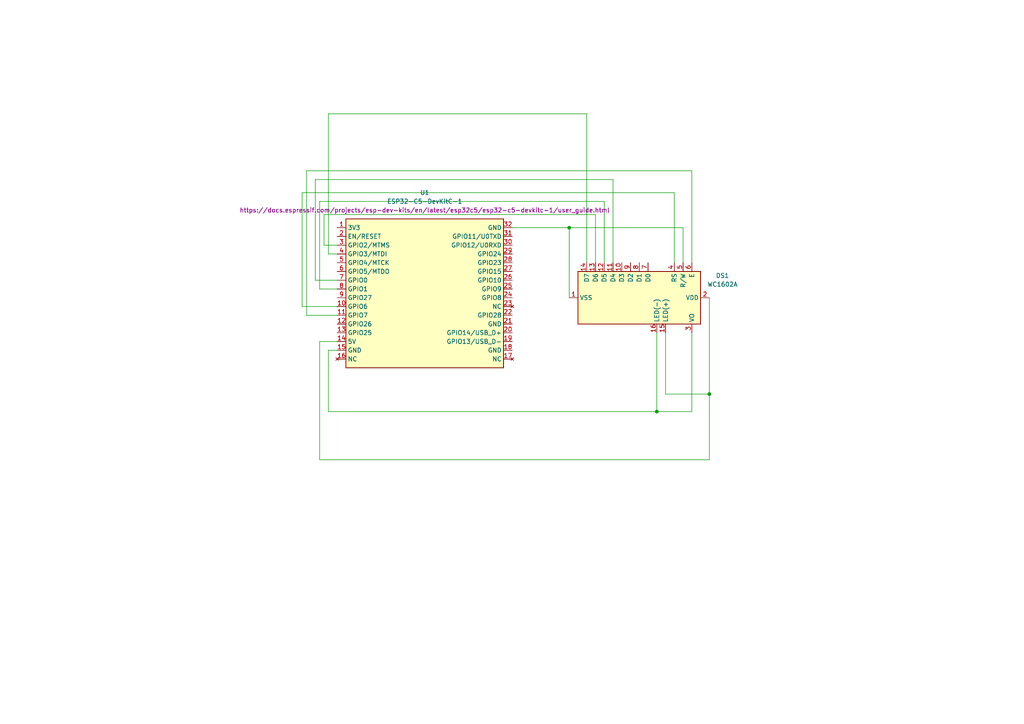
<source format=kicad_sch>
(kicad_sch (version 20250114) (generator "eeschema") (generator_version "9.0")
  (paper "A4")
  (lib_symbols
    (symbol "Display_Character:WC1602A"
      (property "Reference" "DS" (at -5.842 19.05 0))
      (property "Value" "WC1602A" (at 5.334 19.05 0))
      (symbol "WC1602A_1_1"
        (rectangle (start -7.62 17.78) (end 7.62 -17.78) (stroke (width 0.254)) (fill (type background)))
        (pin input line (at -10.16 15.24 0) (length 2.54) (name "E") (number "6"))
        (pin input line (at -10.16 12.7 0) (length 2.54) (name "R/W") (number "5"))
        (pin input line (at -10.16 10.16 0) (length 2.54) (name "RS") (number "4"))
        (pin input line (at -10.16 2.54 0) (length 2.54) (name "D0") (number "7"))
        (pin input line (at -10.16 0 0) (length 2.54) (name "D1") (number "8"))
        (pin input line (at -10.16 -2.54 0) (length 2.54) (name "D2") (number "9"))
        (pin input line (at -10.16 -5.08 0) (length 2.54) (name "D3") (number "10"))
        (pin input line (at -10.16 -7.62 0) (length 2.54) (name "D4") (number "11"))
        (pin input line (at -10.16 -10.16 0) (length 2.54) (name "D5") (number "12"))
        (pin input line (at -10.16 -12.7 0) (length 2.54) (name "D6") (number "13"))
        (pin input line (at -10.16 -15.24 0) (length 2.54) (name "D7") (number "14"))
        (pin power_in line (at 0 20.32 270) (length 2.54) (name "VDD") (number "2"))
        (pin power_in line (at 0 -20.32 90) (length 2.54) (name "VSS") (number "1"))
        (pin input line (at 10.16 15.24 180) (length 2.54) (name "VO") (number "3"))
        (pin power_in line (at 10.16 7.62 180) (length 2.54) (name "LED(+)") (number "15"))
        (pin power_in line (at 10.16 5.08 180) (length 2.54) (name "LED(-)") (number "16"))
      )
    )
    (symbol "PCM_Espressif:ESP32-C5-DevKitC-1"
      (property "Reference" "U" (at -22.352 -0.254 0))
      (property "Value" "ESP32-C5-DevKitC-1" (at -11.938 -2.286 0))
      (property "Datasheet" "https://docs.espressif.com/projects/esp-dev-kits/en/latest/esp32c5/esp32-c5-devkitc-1/user_guide.html" (at 2.032 -54.61 0))
      (symbol "ESP32-C5-DevKitC-1_0_1"
        (rectangle (start -22.86 -3.81) (end 22.86 -46.99) (stroke (width 0.254)) (fill (type background)))
      )
      (symbol "ESP32-C5-DevKitC-1_1_0"
        (pin input line (at -25.4 -8.89 0) (length 2.54) (name "EN/RESET") (number "2"))
        (pin power_in line (at -25.4 -39.37 0) (length 2.54) (name "5V") (number "14"))
      )
      (symbol "ESP32-C5-DevKitC-1_1_1"
        (pin power_in line (at -25.4 -6.35 0) (length 2.54) (name "3V3") (number "1"))
        (pin bidirectional line (at -25.4 -11.43 0) (length 2.54) (name "GPIO2/MTMS") (number "3"))
        (pin bidirectional line (at -25.4 -13.97 0) (length 2.54) (name "GPIO3/MTDI") (number "4"))
        (pin bidirectional line (at -25.4 -16.51 0) (length 2.54) (name "GPIO4/MTCK") (number "5"))
        (pin bidirectional line (at -25.4 -19.05 0) (length 2.54) (name "GPIO5/MTDO") (number "6"))
        (pin bidirectional line (at -25.4 -21.59 0) (length 2.54) (name "GPIO0") (number "7"))
        (pin bidirectional line (at -25.4 -24.13 0) (length 2.54) (name "GPIO1") (number "8"))
        (pin bidirectional line (at -25.4 -26.67 0) (length 2.54) (name "GPIO27") (number "9"))
        (pin bidirectional line (at -25.4 -29.21 0) (length 2.54) (name "GPIO6") (number "10"))
        (pin bidirectional line (at -25.4 -31.75 0) (length 2.54) (name "GPIO7") (number "11"))
        (pin bidirectional line (at -25.4 -34.29 0) (length 2.54) (name "GPIO26") (number "12"))
        (pin bidirectional line (at -25.4 -36.83 0) (length 2.54) (name "GPIO25") (number "13"))
        (pin power_in line (at -25.4 -41.91 0) (length 2.54) (name "GND") (number "15"))
        (pin no_connect line (at -25.4 -44.45 0) (length 2.54) (name "NC") (number "16"))
        (pin power_in line (at 25.4 -6.35 180) (length 2.54) (name "GND") (number "32"))
        (pin bidirectional line (at 25.4 -8.89 180) (length 2.54) (name "GPIO11/U0TXD") (number "31"))
        (pin bidirectional line (at 25.4 -11.43 180) (length 2.54) (name "GPIO12/U0RXD") (number "30"))
        (pin bidirectional line (at 25.4 -13.97 180) (length 2.54) (name "GPIO24") (number "29"))
        (pin bidirectional line (at 25.4 -16.51 180) (length 2.54) (name "GPIO23") (number "28"))
        (pin bidirectional line (at 25.4 -19.05 180) (length 2.54) (name "GPIO15") (number "27"))
        (pin bidirectional line (at 25.4 -21.59 180) (length 2.54) (name "GPIO10") (number "26"))
        (pin bidirectional line (at 25.4 -24.13 180) (length 2.54) (name "GPIO9") (number "25"))
        (pin bidirectional line (at 25.4 -26.67 180) (length 2.54) (name "GPIO8") (number "24"))
        (pin no_connect line (at 25.4 -29.21 180) (length 2.54) (name "NC") (number "23"))
        (pin bidirectional line (at 25.4 -31.75 180) (length 2.54) (name "GPIO28") (number "22"))
        (pin power_in line (at 25.4 -34.29 180) (length 2.54) (name "GND") (number "21"))
        (pin bidirectional line (at 25.4 -36.83 180) (length 2.54) (name "GPIO14/USB_D+") (number "20"))
        (pin bidirectional line (at 25.4 -39.37 180) (length 2.54) (name "GPIO13/USB_D-") (number "19"))
        (pin power_in line (at 25.4 -41.91 180) (length 2.54) (name "GND") (number "18"))
        (pin no_connect line (at 25.4 -44.45 180) (length 2.54) (name "NC") (number "17"))
      )
    )
  )
  (junction (at 165.1 66.04))
  (junction (at 190.5 119.38))
  (junction (at 205.74 114.3))
  (wire (pts (xy 193.04 114.3) (xy 205.74 114.3)))
  (wire (pts (xy 95.25 119.38) (xy 190.5 119.38)))
  (wire (pts (xy 190.5 96.52) (xy 190.5 119.38)))
  (wire (pts (xy 172.72 62.23) (xy 172.72 76.2)))
  (wire (pts (xy 200.66 96.52) (xy 200.66 119.38)))
  (wire (pts (xy 205.74 133.35) (xy 92.71 133.35)))
  (wire (pts (xy 91.44 52.07) (xy 177.8 52.07)))
  (wire (pts (xy 92.71 133.35) (xy 92.71 99.06)))
  (wire (pts (xy 175.26 76.2) (xy 175.26 58.42)))
  (wire (pts (xy 148.59 66.04) (xy 165.1 66.04)))
  (wire (pts (xy 91.44 81.28) (xy 91.44 52.07)))
  (wire (pts (xy 95.25 33.02) (xy 170.18 33.02)))
  (wire (pts (xy 193.04 96.52) (xy 193.04 114.3)))
  (wire (pts (xy 200.66 49.53) (xy 200.66 76.2)))
  (wire (pts (xy 87.63 88.9) (xy 87.63 55.88)))
  (wire (pts (xy 177.8 52.07) (xy 177.8 76.2)))
  (wire (pts (xy 97.79 91.44) (xy 88.9 91.44)))
  (wire (pts (xy 93.98 62.23) (xy 172.72 62.23)))
  (wire (pts (xy 175.26 58.42) (xy 92.71 58.42)))
  (wire (pts (xy 165.1 86.36) (xy 165.1 66.04)))
  (wire (pts (xy 198.12 76.2) (xy 198.12 66.04)))
  (wire (pts (xy 200.66 119.38) (xy 190.5 119.38)))
  (wire (pts (xy 97.79 73.66) (xy 95.25 73.66)))
  (wire (pts (xy 88.9 49.53) (xy 200.66 49.53)))
  (wire (pts (xy 92.71 83.82) (xy 97.79 83.82)))
  (wire (pts (xy 205.74 114.3) (xy 205.74 133.35)))
  (wire (pts (xy 205.74 86.36) (xy 205.74 114.3)))
  (wire (pts (xy 87.63 55.88) (xy 195.58 55.88)))
  (wire (pts (xy 95.25 101.6) (xy 97.79 101.6)))
  (wire (pts (xy 92.71 58.42) (xy 92.71 83.82)))
  (wire (pts (xy 95.25 73.66) (xy 95.25 33.02)))
  (wire (pts (xy 93.98 71.12) (xy 93.98 62.23)))
  (wire (pts (xy 92.71 99.06) (xy 97.79 99.06)))
  (wire (pts (xy 165.1 66.04) (xy 198.12 66.04)))
  (wire (pts (xy 88.9 91.44) (xy 88.9 49.53)))
  (wire (pts (xy 97.79 88.9) (xy 87.63 88.9)))
  (wire (pts (xy 95.25 119.38) (xy 95.25 101.6)))
  (wire (pts (xy 195.58 55.88) (xy 195.58 76.2)))
  (wire (pts (xy 97.79 81.28) (xy 91.44 81.28)))
  (wire (pts (xy 97.79 71.12) (xy 93.98 71.12)))
  (wire (pts (xy 170.18 33.02) (xy 170.18 76.2)))
  (symbol (lib_id "Display_Character:WC1602A") (at 185.42 86.36 270) (unit 1)
    (property "Reference" "DS1" (at 209.55 79.9398 90))
    (property "Value" "WC1602A" (at 209.55 82.4798 90))
    (property "Footprint" "Display:WC1602A" (effects (hide yes)))
    (property "Datasheet" "http://www.wincomlcd.com/pdf/WC1602A-SFYLYHTC06.pdf" (effects (hide yes)))
    (property "Description" "LCD 16x2 Alphanumeric , 8 bit parallel bus, 5V VDD" (effects (hide yes)))
  )
  (symbol (lib_id "PCM_Espressif:ESP32-C5-DevKitC-1") (at 123.19 59.69 0) (unit 1)
    (property "Reference" "U1" (at 123.19 55.88 0))
    (property "Value" "ESP32-C5-DevKitC-1" (at 123.19 58.42 0))
    (property "Footprint" "PCM_Espressif:ESP32-C5-DevKitC-1" (effects (hide yes)))
    (property "Datasheet" "https://docs.espressif.com/projects/esp-dev-kits/en/latest/esp32c5/esp32-c5-devkitc-1/user_guide.html" (at 123.19 60.96 0))
  )
)
</source>
